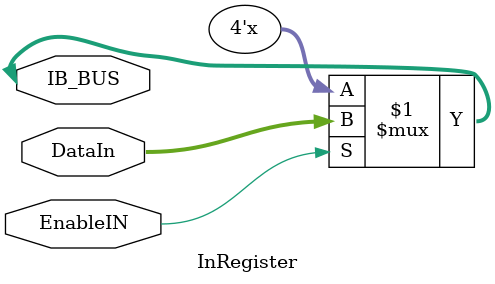
<source format=v>
`timescale 1ns / 1ps
`default_nettype none

module InRegister(
    input  wire        EnableIN,
    input  wire [3:0]  DataIn,
    inout  wire [3:0]  IB_BUS
);
    assign IB_BUS = (EnableIN) ? DataIn : 4'bz;
endmodule

`default_nettype wire

</source>
